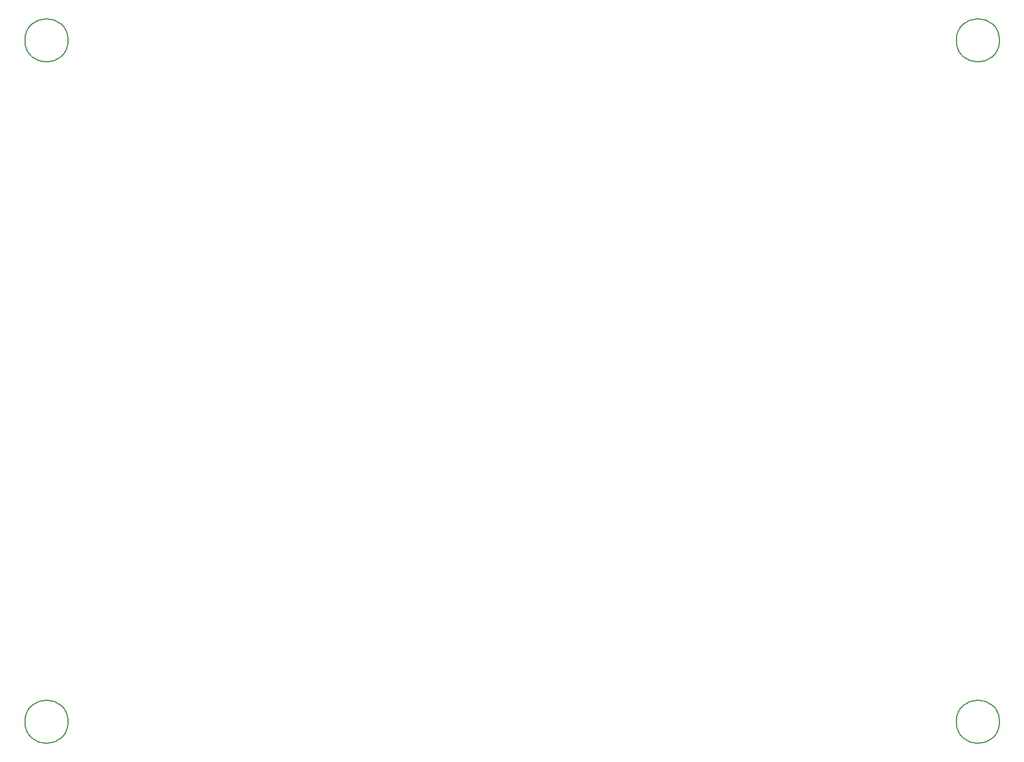
<source format=gbr>
%TF.GenerationSoftware,KiCad,Pcbnew,7.0.9*%
%TF.CreationDate,2024-01-10T08:13:28-06:00*%
%TF.ProjectId,RC15,52433135-2e6b-4696-9361-645f70636258,rev?*%
%TF.SameCoordinates,Original*%
%TF.FileFunction,Other,Comment*%
%FSLAX46Y46*%
G04 Gerber Fmt 4.6, Leading zero omitted, Abs format (unit mm)*
G04 Created by KiCad (PCBNEW 7.0.9) date 2024-01-10 08:13:28*
%MOMM*%
%LPD*%
G01*
G04 APERTURE LIST*
%ADD10C,0.150000*%
G04 APERTURE END LIST*
D10*
%TO.C, *%
X26700000Y-23500000D02*
G75*
G03*
X26700000Y-23500000I-3200000J0D01*
G01*
X164700000Y-23500000D02*
G75*
G03*
X164700000Y-23500000I-3200000J0D01*
G01*
X26700000Y-124500000D02*
G75*
G03*
X26700000Y-124500000I-3200000J0D01*
G01*
X164700000Y-124500000D02*
G75*
G03*
X164700000Y-124500000I-3200000J0D01*
G01*
%TD*%
M02*

</source>
